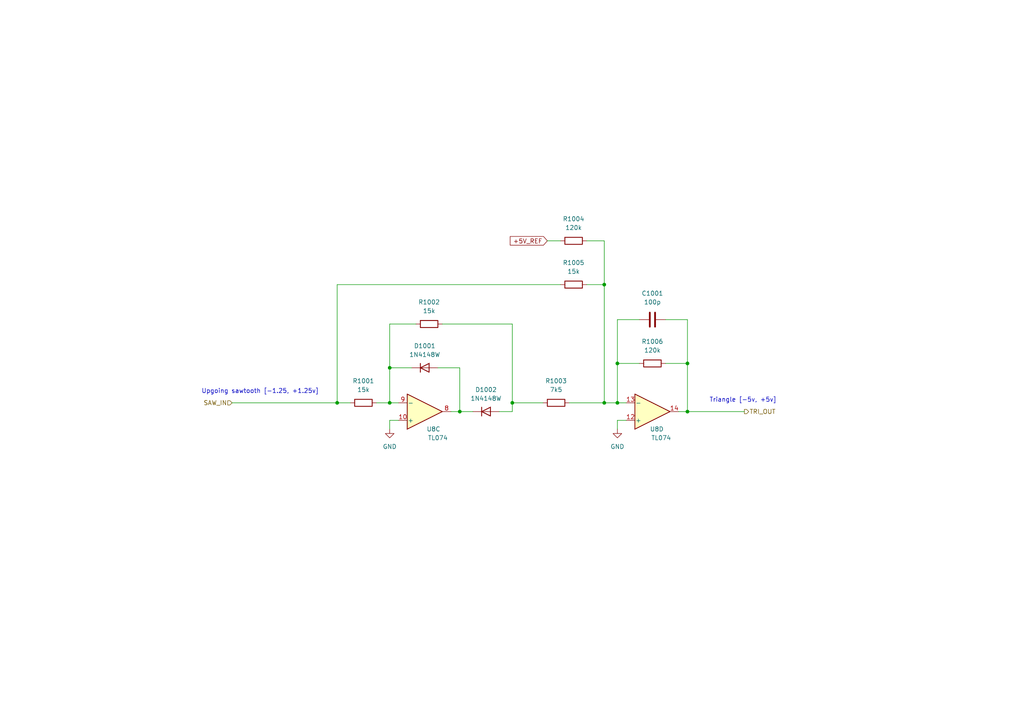
<source format=kicad_sch>
(kicad_sch (version 20230121) (generator eeschema)
  (paper "A4")
  (title_block (title "Josh Ox Ribon Synth Main VCO board") (date "2022-07-23") (rev "0.1") (comment 2 "creativecommons.org/licenses/by/4.0") (comment 3 "license: CC by 4.0") (comment 4 "Author: Jordan Acete"))
  (lib_symbols
    (symbol "Amplifier_Operational:TL074" (pin_names (offset 0.127))
      (property "Reference" "U" (at 0 5.08 0))
      (property "Value" "TL074" (at 0 -5.08 0))
      (symbol "TL074_1_1"
        (polyline (pts (xy -5.08 5.08) (xy 5.08 0) (xy -5.08 -5.08) (xy -5.08 5.08)) (stroke (width 0.254)) (fill (type background)))
        (pin output line (at 7.62 0 180) (length 2.54) (name "~") (number "1"))
        (pin input line (at -7.62 -2.54 0) (length 2.54) (name "-") (number "2"))
        (pin input line (at -7.62 2.54 0) (length 2.54) (name "+") (number "3"))
      )
      (symbol "TL074_2_1"
        (polyline (pts (xy -5.08 5.08) (xy 5.08 0) (xy -5.08 -5.08) (xy -5.08 5.08)) (stroke (width 0.254)) (fill (type background)))
        (pin input line (at -7.62 2.54 0) (length 2.54) (name "+") (number "5"))
        (pin input line (at -7.62 -2.54 0) (length 2.54) (name "-") (number "6"))
        (pin output line (at 7.62 0 180) (length 2.54) (name "~") (number "7"))
      )
      (symbol "TL074_3_1"
        (polyline (pts (xy -5.08 5.08) (xy 5.08 0) (xy -5.08 -5.08) (xy -5.08 5.08)) (stroke (width 0.254)) (fill (type background)))
        (pin input line (at -7.62 2.54 0) (length 2.54) (name "+") (number "10"))
        (pin output line (at 7.62 0 180) (length 2.54) (name "~") (number "8"))
        (pin input line (at -7.62 -2.54 0) (length 2.54) (name "-") (number "9"))
      )
      (symbol "TL074_4_1"
        (polyline (pts (xy -5.08 5.08) (xy 5.08 0) (xy -5.08 -5.08) (xy -5.08 5.08)) (stroke (width 0.254)) (fill (type background)))
        (pin input line (at -7.62 2.54 0) (length 2.54) (name "+") (number "12"))
        (pin input line (at -7.62 -2.54 0) (length 2.54) (name "-") (number "13"))
        (pin output line (at 7.62 0 180) (length 2.54) (name "~") (number "14"))
      )
      (symbol "TL074_5_1"
        (pin power_in line (at -2.54 -7.62 90) (length 3.81) (name "V-") (number "11"))
        (pin power_in line (at -2.54 7.62 270) (length 3.81) (name "V+") (number "4"))
      )
    )
    (symbol "Device:C" (pin_numbers hide) (pin_names (offset 0.254))
      (property "Reference" "C" (at 0.635 2.54 0))
      (property "Value" "C" (at 0.635 -2.54 0))
      (symbol "C_0_1"
        (polyline (pts (xy -2.032 -0.762) (xy 2.032 -0.762)) (stroke (width 0.508)))
        (polyline (pts (xy -2.032 0.762) (xy 2.032 0.762)) (stroke (width 0.508)))
      )
      (symbol "C_1_1"
        (pin passive line (at 0 3.81 270) (length 2.794) (name "~") (number "1"))
        (pin passive line (at 0 -3.81 90) (length 2.794) (name "~") (number "2"))
      )
    )
    (symbol "Device:R" (pin_numbers hide) (pin_names (offset 0))
      (property "Reference" "R" (at 2.032 0 90))
      (property "Value" "R" (at 0 0 90))
      (symbol "R_0_1"
        (rectangle (start -1.016 -2.54) (end 1.016 2.54) (stroke (width 0.254)))
      )
      (symbol "R_1_1"
        (pin passive line (at 0 3.81 270) (length 1.27) (name "~") (number "1"))
        (pin passive line (at 0 -3.81 90) (length 1.27) (name "~") (number "2"))
      )
    )
    (symbol "Diode:1N4148W" (pin_numbers hide) (pin_names hide)
      (property "Reference" "D" (at 0 2.54 0))
      (property "Value" "1N4148W" (at 0 -2.54 0))
      (symbol "1N4148W_0_1"
        (polyline (pts (xy -1.27 1.27) (xy -1.27 -1.27)) (stroke (width 0.254)))
        (polyline (pts (xy 1.27 0) (xy -1.27 0)))
        (polyline (pts (xy 1.27 1.27) (xy 1.27 -1.27) (xy -1.27 0) (xy 1.27 1.27)) (stroke (width 0.254)))
      )
      (symbol "1N4148W_1_1"
        (pin passive line (at -3.81 0 0) (length 2.54) (name "K") (number "1"))
        (pin passive line (at 3.81 0 180) (length 2.54) (name "A") (number "2"))
      )
    )
    (symbol "power:GND" (power) (pin_names (offset 0))
      (property "Value" "GND" (at 0 -3.81 0))
      (symbol "GND_0_1"
        (polyline (pts (xy 0 0) (xy 0 -1.27) (xy 1.27 -1.27) (xy 0 -2.54) (xy -1.27 -1.27) (xy 0 -1.27)))
      )
      (symbol "GND_1_1"
        (pin power_in line (at 0 0 270) (length 0) hide (name "GND") (number "1"))
      )
    )
  )
  (junction (at 179.07 105.41))
  (junction (at 175.26 116.84))
  (junction (at 97.79 116.84))
  (junction (at 199.39 119.38))
  (junction (at 113.03 106.68))
  (junction (at 113.03 116.84))
  (junction (at 179.07 116.84))
  (junction (at 175.26 82.55))
  (junction (at 199.39 105.41))
  (junction (at 133.35 119.38))
  (junction (at 148.59 116.84))
  (wire (pts (xy 113.03 124.46) (xy 113.03 121.92)))
  (wire (pts (xy 148.59 93.98) (xy 148.59 116.84)))
  (wire (pts (xy 113.03 116.84) (xy 113.03 106.68)))
  (wire (pts (xy 199.39 119.38) (xy 199.39 105.41)))
  (wire (pts (xy 175.26 82.55) (xy 175.26 116.84)))
  (wire (pts (xy 113.03 93.98) (xy 113.03 106.68)))
  (wire (pts (xy 179.07 116.84) (xy 181.61 116.84)))
  (wire (pts (xy 113.03 106.68) (xy 119.38 106.68)))
  (wire (pts (xy 175.26 69.85) (xy 175.26 82.55)))
  (wire (pts (xy 170.18 69.85) (xy 175.26 69.85)))
  (wire (pts (xy 133.35 119.38) (xy 137.16 119.38)))
  (wire (pts (xy 115.57 116.84) (xy 113.03 116.84)))
  (wire (pts (xy 144.78 119.38) (xy 148.59 119.38)))
  (wire (pts (xy 97.79 82.55) (xy 162.56 82.55)))
  (wire (pts (xy 185.42 105.41) (xy 179.07 105.41)))
  (wire (pts (xy 130.81 119.38) (xy 133.35 119.38)))
  (wire (pts (xy 113.03 121.92) (xy 115.57 121.92)))
  (wire (pts (xy 165.1 116.84) (xy 175.26 116.84)))
  (wire (pts (xy 179.07 92.71) (xy 179.07 105.41)))
  (wire (pts (xy 109.22 116.84) (xy 113.03 116.84)))
  (wire (pts (xy 97.79 116.84) (xy 97.79 82.55)))
  (wire (pts (xy 133.35 119.38) (xy 133.35 106.68)))
  (wire (pts (xy 179.07 121.92) (xy 181.61 121.92)))
  (wire (pts (xy 199.39 105.41) (xy 193.04 105.41)))
  (wire (pts (xy 196.85 119.38) (xy 199.39 119.38)))
  (wire (pts (xy 101.6 116.84) (xy 97.79 116.84)))
  (wire (pts (xy 120.65 93.98) (xy 113.03 93.98)))
  (wire (pts (xy 199.39 119.38) (xy 215.9 119.38)))
  (wire (pts (xy 175.26 116.84) (xy 179.07 116.84)))
  (wire (pts (xy 179.07 105.41) (xy 179.07 116.84)))
  (wire (pts (xy 148.59 93.98) (xy 128.27 93.98)))
  (wire (pts (xy 133.35 106.68) (xy 127 106.68)))
  (wire (pts (xy 193.04 92.71) (xy 199.39 92.71)))
  (wire (pts (xy 199.39 92.71) (xy 199.39 105.41)))
  (wire (pts (xy 67.31 116.84) (xy 97.79 116.84)))
  (wire (pts (xy 185.42 92.71) (xy 179.07 92.71)))
  (wire (pts (xy 170.18 82.55) (xy 175.26 82.55)))
  (wire (pts (xy 179.07 124.46) (xy 179.07 121.92)))
  (wire (pts (xy 158.75 69.85) (xy 162.56 69.85)))
  (wire (pts (xy 148.59 116.84) (xy 157.48 116.84)))
  (wire (pts (xy 148.59 116.84) (xy 148.59 119.38)))
  (text "Triangle [-5v, +5v]" (at 205.74 116.84 0) (effects (font (size 1.27 1.27)) (justify left bottom)))
  (text "Upgoing sawtooth [-1.25, +1.25v]" (at 58.42 114.3 0) (effects (font (size 1.27 1.27)) (justify left bottom)))
  (global_label "+5V_REF" (shape input) (at 158.75 69.85 180) (property "Intersheetrefs" "${INTERSHEET_REFS}" (effects hide)))
  (hierarchical_label "SAW_IN" (shape input) (at 67.31 116.84 180))
  (hierarchical_label "TRI_OUT" (shape output) (at 215.9 119.38 0))
  (symbol (lib_id "Device:C") (at 189.23 92.71 90) (unit 1)
    (property "Reference" "C1001" (at 189.23 85.09 90))
    (property "Value" "100p" (at 189.23 87.63 90))
    (property "Footprint" "Capacitor_SMD:C_0805_2012Metric" (effects hide))
    (instances (project "main_VCO_board" (path "" (reference "C1001") (unit 1)) (path "" (reference "C1801") (unit 1))))
  )
  (symbol (lib_id "Amplifier_Operational:TL074") (at 123.19 119.38 0) (mirror x) (unit 3)
    (property "Reference" "U8" (at 125.73 124.46 0))
    (property "Value" "TL074" (at 127 127 0))
    (property "Footprint" "Package_SO:SOIC-14_3.9x8.7mm_P1.27mm" (effects hide))
    (property "Datasheet" "http://www.ti.com/lit/ds/symlink/tl071.pdf" (effects hide))
    (instances (project "main_VCO_board" (path "" (reference "U8") (unit 3)) (path "" (reference "U11") (unit 3))))
  )
  (symbol (lib_id "Device:R") (at 124.46 93.98 270) (unit 1)
    (property "Reference" "R1002" (at 124.46 87.63 90))
    (property "Value" "15k" (at 124.46 90.17 90))
    (property "Footprint" "Resistor_SMD:R_0805_2012Metric" (effects hide))
    (instances (project "main_VCO_board" (path "" (reference "R1002") (unit 1)) (path "" (reference "R1802") (unit 1))))
  )
  (symbol (lib_id "Device:R") (at 105.41 116.84 270) (unit 1)
    (property "Reference" "R1001" (at 105.41 110.49 90))
    (property "Value" "15k" (at 105.41 113.03 90))
    (property "Footprint" "Resistor_SMD:R_0805_2012Metric" (effects hide))
    (instances (project "main_VCO_board" (path "" (reference "R1001") (unit 1)) (path "" (reference "R1801") (unit 1))))
  )
  (symbol (lib_id "Device:R") (at 166.37 82.55 270) (unit 1)
    (property "Reference" "R1005" (at 166.37 76.2 90))
    (property "Value" "15k" (at 166.37 78.74 90))
    (property "Footprint" "Resistor_SMD:R_0805_2012Metric" (effects hide))
    (instances (project "main_VCO_board" (path "" (reference "R1005") (unit 1)) (path "" (reference "R1805") (unit 1))))
  )
  (symbol (lib_id "Device:R") (at 161.29 116.84 270) (unit 1)
    (property "Reference" "R1003" (at 161.29 110.49 90))
    (property "Value" "7k5" (at 161.29 113.03 90))
    (property "Footprint" "Resistor_SMD:R_0805_2012Metric" (effects hide))
    (instances (project "main_VCO_board" (path "" (reference "R1003") (unit 1)) (path "" (reference "R1803") (unit 1))))
  )
  (symbol (lib_id "Amplifier_Operational:TL074") (at 189.23 119.38 0) (mirror x) (unit 4)
    (property "Reference" "U8" (at 190.5 124.46 0))
    (property "Value" "TL074" (at 191.77 127 0))
    (property "Footprint" "Package_SO:SOIC-14_3.9x8.7mm_P1.27mm" (effects hide))
    (property "Datasheet" "http://www.ti.com/lit/ds/symlink/tl071.pdf" (effects hide))
    (instances (project "main_VCO_board" (path "" (reference "U8") (unit 4)) (path "" (reference "U11") (unit 4))))
  )
  (symbol (lib_id "Diode:1N4148W") (at 140.97 119.38 0) (unit 1)
    (property "Reference" "D1002" (at 140.97 113.03 0))
    (property "Value" "1N4148W" (at 140.97 115.57 0))
    (property "Footprint" "Diode_SMD:D_SOD-123" (effects hide))
    (property "Datasheet" "https://www.vishay.com/docs/85748/1n4148w.pdf" (effects hide))
    (instances (project "main_VCO_board" (path "" (reference "D1002") (unit 1)) (path "" (reference "D1802") (unit 1))))
  )
  (symbol (lib_id "power:GND") (at 179.07 124.46 0) (unit 1)
    (property "Reference" "#PWR01003" (effects hide))
    (property "Value" "GND" (at 179.07 129.54 0))
    (instances (project "main_VCO_board" (path "" (reference "#PWR01003") (unit 1)) (path "" (reference "#PWR01803") (unit 1))))
  )
  (symbol (lib_id "Diode:1N4148W") (at 123.19 106.68 0) (unit 1)
    (property "Reference" "D1001" (at 123.19 100.33 0))
    (property "Value" "1N4148W" (at 123.19 102.87 0))
    (property "Footprint" "Diode_SMD:D_SOD-123" (effects hide))
    (property "Datasheet" "https://www.vishay.com/docs/85748/1n4148w.pdf" (effects hide))
    (instances (project "main_VCO_board" (path "" (reference "D1001") (unit 1)) (path "" (reference "D1801") (unit 1))))
  )
  (symbol (lib_id "power:GND") (at 113.03 124.46 0) (unit 1)
    (property "Reference" "#PWR01001" (effects hide))
    (property "Value" "GND" (at 113.03 129.54 0))
    (instances (project "main_VCO_board" (path "" (reference "#PWR01001") (unit 1)) (path "" (reference "#PWR01801") (unit 1))))
  )
  (symbol (lib_id "Device:R") (at 166.37 69.85 270) (unit 1)
    (property "Reference" "R1004" (at 166.37 63.5 90))
    (property "Value" "120k" (at 166.37 66.04 90))
    (property "Footprint" "Resistor_SMD:R_0805_2012Metric" (effects hide))
    (instances (project "main_VCO_board" (path "" (reference "R1004") (unit 1)) (path "" (reference "R1804") (unit 1))))
  )
  (symbol (lib_id "Device:R") (at 189.23 105.41 270) (unit 1)
    (property "Reference" "R1006" (at 189.23 99.06 90))
    (property "Value" "120k" (at 189.23 101.6 90))
    (property "Footprint" "Resistor_SMD:R_0805_2012Metric" (effects hide))
    (instances (project "main_VCO_board" (path "" (reference "R1006") (unit 1)) (path "" (reference "R1806") (unit 1))))
  )
)
</source>
